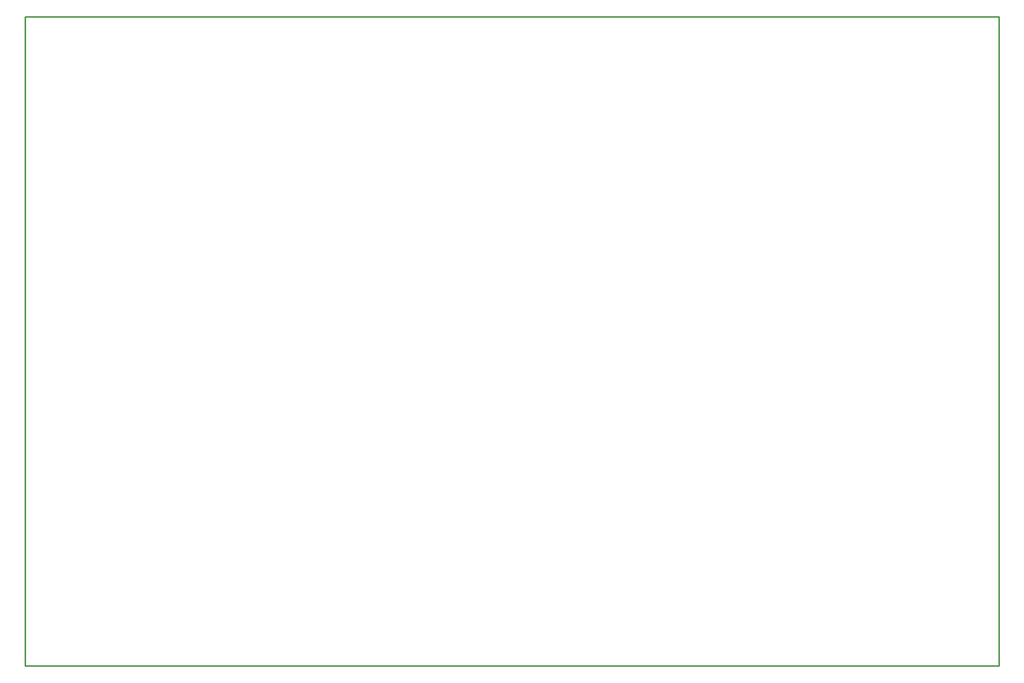
<source format=gko>
G04 ---------------------------- Layer name :KeepOutLayer*
G04 EasyEDA v5.4.11, Mon, 30 Apr 2018 15:56:54 GMT*
G04 06b4e347cf69432585f47c541de25614*
G04 Gerber Generator version 0.2*
G04 Scale: 100 percent, Rotated: No, Reflected: No *
G04 Dimensions in inches *
G04 leading zeros omitted , absolute positions ,2 integer and 4 decimal *
%FSLAX24Y24*%
%MOIN*%
G90*
G70D02*

%ADD10C,0.010000*%
G54D10*
G01X0Y44000D02*
G01X66000Y44000D01*
G01X66000Y0D01*
G01X0Y0D01*
G01X0Y44000D01*

%LPD*%
M00*
M02*

</source>
